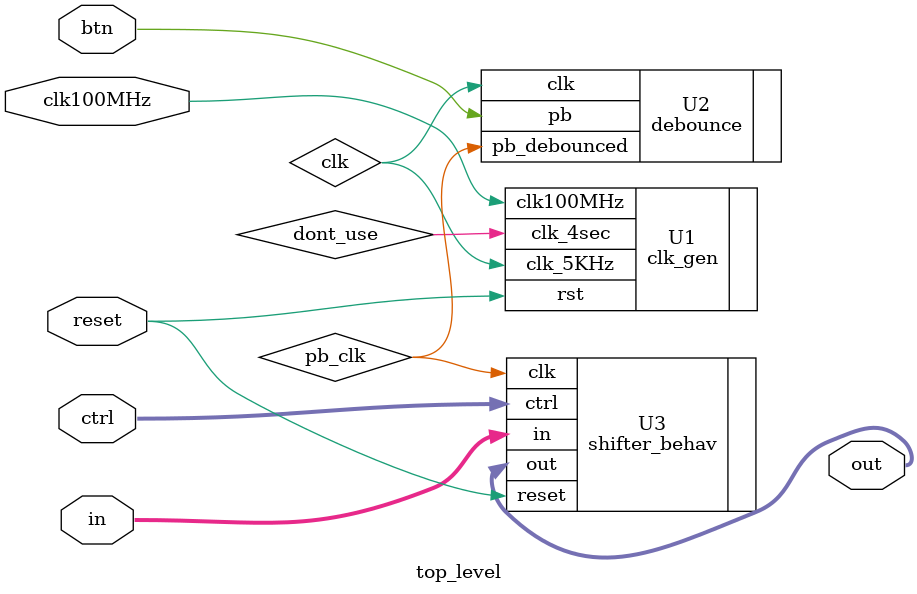
<source format=v>
`timescale 1ns / 1ps


module top_level(
 input btn,
 input [3:0] in,
 input [2:0] ctrl,
 input clk100MHz,
 input reset,
 output [3:0] out);
wire clk;
wire pb_clk;
wire dont_use;

clk_gen U1(
.clk_5KHz(clk),
.clk100MHz(clk100MHz),
.rst(reset),
.clk_4sec(dont_use)
);

debounce U2(
.clk(clk),
.pb(btn),
.pb_debounced(pb_clk)
);

shifter_behav U3(
.in(in),
.ctrl(ctrl),
.reset(reset),
.out(out),
.clk(pb_clk)
);




endmodule
</source>
